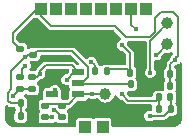
<source format=gbr>
%TF.GenerationSoftware,KiCad,Pcbnew,8.0.1-8.0.1-1~ubuntu22.04.1*%
%TF.CreationDate,2024-03-29T12:48:33+00:00*%
%TF.ProjectId,EMG_INA331,454d475f-494e-4413-9333-312e6b696361,1.0*%
%TF.SameCoordinates,Original*%
%TF.FileFunction,Copper,L4,Bot*%
%TF.FilePolarity,Positive*%
%FSLAX46Y46*%
G04 Gerber Fmt 4.6, Leading zero omitted, Abs format (unit mm)*
G04 Created by KiCad (PCBNEW 8.0.1-8.0.1-1~ubuntu22.04.1) date 2024-03-29 12:48:33*
%MOMM*%
%LPD*%
G01*
G04 APERTURE LIST*
G04 Aperture macros list*
%AMRoundRect*
0 Rectangle with rounded corners*
0 $1 Rounding radius*
0 $2 $3 $4 $5 $6 $7 $8 $9 X,Y pos of 4 corners*
0 Add a 4 corners polygon primitive as box body*
4,1,4,$2,$3,$4,$5,$6,$7,$8,$9,$2,$3,0*
0 Add four circle primitives for the rounded corners*
1,1,$1+$1,$2,$3*
1,1,$1+$1,$4,$5*
1,1,$1+$1,$6,$7*
1,1,$1+$1,$8,$9*
0 Add four rect primitives between the rounded corners*
20,1,$1+$1,$2,$3,$4,$5,0*
20,1,$1+$1,$4,$5,$6,$7,0*
20,1,$1+$1,$6,$7,$8,$9,0*
20,1,$1+$1,$8,$9,$2,$3,0*%
G04 Aperture macros list end*
%TA.AperFunction,SMDPad,CuDef*%
%ADD10C,1.000000*%
%TD*%
%TA.AperFunction,ComponentPad*%
%ADD11R,1.000000X1.000000*%
%TD*%
%TA.AperFunction,SMDPad,CuDef*%
%ADD12RoundRect,0.140000X0.170000X-0.140000X0.170000X0.140000X-0.170000X0.140000X-0.170000X-0.140000X0*%
%TD*%
%TA.AperFunction,SMDPad,CuDef*%
%ADD13RoundRect,0.135000X-0.185000X0.135000X-0.185000X-0.135000X0.185000X-0.135000X0.185000X0.135000X0*%
%TD*%
%TA.AperFunction,SMDPad,CuDef*%
%ADD14RoundRect,0.140000X0.140000X0.170000X-0.140000X0.170000X-0.140000X-0.170000X0.140000X-0.170000X0*%
%TD*%
%TA.AperFunction,SMDPad,CuDef*%
%ADD15RoundRect,0.135000X-0.135000X-0.185000X0.135000X-0.185000X0.135000X0.185000X-0.135000X0.185000X0*%
%TD*%
%TA.AperFunction,SMDPad,CuDef*%
%ADD16RoundRect,0.140000X-0.140000X-0.170000X0.140000X-0.170000X0.140000X0.170000X-0.140000X0.170000X0*%
%TD*%
%TA.AperFunction,SMDPad,CuDef*%
%ADD17R,1.000000X0.600000*%
%TD*%
%TA.AperFunction,SMDPad,CuDef*%
%ADD18RoundRect,0.140000X-0.170000X0.140000X-0.170000X-0.140000X0.170000X-0.140000X0.170000X0.140000X0*%
%TD*%
%TA.AperFunction,SMDPad,CuDef*%
%ADD19RoundRect,0.135000X0.185000X-0.135000X0.185000X0.135000X-0.185000X0.135000X-0.185000X-0.135000X0*%
%TD*%
%TA.AperFunction,ViaPad*%
%ADD20C,0.400000*%
%TD*%
%TA.AperFunction,Conductor*%
%ADD21C,0.127000*%
%TD*%
%TA.AperFunction,Conductor*%
%ADD22C,0.152400*%
%TD*%
G04 APERTURE END LIST*
D10*
%TO.P,TP3,1,1*%
%TO.N,Vref*%
X31000000Y-37200000D03*
%TD*%
%TO.P,TP2,1,1*%
%TO.N,/ADC2*%
X36250000Y-31250000D03*
%TD*%
%TO.P,TP1,1,1*%
%TO.N,/OUT1*%
X36250000Y-33000000D03*
%TD*%
D11*
%TO.P,J4,1,Pin_1*%
%TO.N,/MISO*%
X29365000Y-30000000D03*
%TD*%
%TO.P,J6,1,Pin_1*%
%TO.N,/SCLK*%
X31905000Y-30000000D03*
%TD*%
%TO.P,J1,1,Pin_1*%
%TO.N,+3.3V*%
X25555000Y-30000000D03*
%TD*%
%TO.P,J2,1,Pin_1*%
%TO.N,GND*%
X26825000Y-30000000D03*
%TD*%
%TO.P,J7,1,Pin_1*%
%TO.N,/CSB*%
X33175000Y-30000000D03*
%TD*%
%TO.P,J3,1,Pin_1*%
%TO.N,unconnected-(J3-Pin_1-Pad1)*%
X28095000Y-30000000D03*
%TD*%
%TO.P,J9,1,Pin_1*%
%TO.N,/PROB-*%
X30750000Y-40000000D03*
%TD*%
%TO.P,J10,1,Pin_1*%
%TO.N,/PROB+*%
X29250000Y-40000000D03*
%TD*%
%TO.P,J5,1,Pin_1*%
%TO.N,/MOSI*%
X30635000Y-30000000D03*
%TD*%
%TO.P,J8,1,Pin_1*%
%TO.N,/extRef*%
X34445000Y-30000000D03*
%TD*%
D12*
%TO.P,C11,2*%
%TO.N,GND*%
X24900000Y-32920000D03*
%TO.P,C11,1*%
%TO.N,+3.3VA*%
X24900000Y-33880000D03*
%TD*%
D13*
%TO.P,R6,2*%
%TO.N,Net-(U1-GS)*%
X24800000Y-36819999D03*
%TO.P,R6,1*%
%TO.N,/REF*%
X24800000Y-35800001D03*
%TD*%
D14*
%TO.P,C15,2*%
%TO.N,GND*%
X35520000Y-35500000D03*
%TO.P,C15,1*%
%TO.N,+3.3V*%
X36480000Y-35500000D03*
%TD*%
%TO.P,C14,2*%
%TO.N,GND*%
X35520000Y-36500000D03*
%TO.P,C14,1*%
%TO.N,+3.3V*%
X36480000Y-36500000D03*
%TD*%
D15*
%TO.P,R1,2*%
%TO.N,Net-(U5-R)*%
X31110000Y-35300000D03*
%TO.P,R1,1*%
%TO.N,Vref*%
X30090000Y-35300000D03*
%TD*%
D12*
%TO.P,C6,2*%
%TO.N,GND*%
X23790000Y-32440000D03*
%TO.P,C6,1*%
%TO.N,+3.3V*%
X23790000Y-33400000D03*
%TD*%
D16*
%TO.P,C13,2*%
%TO.N,/OUT1*%
X36480000Y-37500000D03*
%TO.P,C13,1*%
%TO.N,Net-(U4--IN)*%
X35520000Y-37500000D03*
%TD*%
%TO.P,C9,2*%
%TO.N,GND*%
X24780000Y-39100000D03*
%TO.P,C9,1*%
%TO.N,+3.3VA*%
X23820000Y-39100000D03*
%TD*%
D14*
%TO.P,C7,2*%
%TO.N,+3.3VA*%
X23820000Y-38000000D03*
%TO.P,C7,1*%
%TO.N,GND*%
X24780000Y-38000000D03*
%TD*%
D17*
%TO.P,U2,5,V+*%
%TO.N,GND*%
X26500000Y-35350000D03*
%TO.P,U2,4,-IN*%
%TO.N,Net-(U2--IN)*%
X26500000Y-37250000D03*
%TO.P,U2,3,+IN*%
%TO.N,Vref*%
X28700000Y-37250000D03*
%TO.P,U2,2,V-*%
%TO.N,+3.3VA*%
X28699999Y-36300000D03*
%TO.P,U2,1,OUT*%
%TO.N,/REF*%
X28700000Y-35350000D03*
%TD*%
D15*
%TO.P,R11,2*%
%TO.N,/OUT1*%
X36510000Y-38500000D03*
%TO.P,R11,1*%
%TO.N,Net-(U4--IN)*%
X35490000Y-38500000D03*
%TD*%
D12*
%TO.P,C4,2*%
%TO.N,Vref*%
X25900000Y-38220000D03*
%TO.P,C4,1*%
%TO.N,/IN+*%
X25900000Y-39180000D03*
%TD*%
D18*
%TO.P,C5,2*%
%TO.N,/IN-*%
X27300000Y-39180000D03*
%TO.P,C5,1*%
%TO.N,Vref*%
X27300000Y-38220000D03*
%TD*%
D19*
%TO.P,R7,2*%
%TO.N,/OUT_INA*%
X23800000Y-35780001D03*
%TO.P,R7,1*%
%TO.N,Net-(U1-GS)*%
X23800000Y-36799999D03*
%TD*%
D15*
%TO.P,R2,2*%
%TO.N,GND*%
X34109999Y-35400000D03*
%TO.P,R2,1*%
%TO.N,Net-(U5-R)*%
X33090001Y-35400000D03*
%TD*%
D16*
%TO.P,C12,1*%
%TO.N,+3.3VA*%
X33120000Y-36400000D03*
%TO.P,C12,2*%
%TO.N,GND*%
X34080000Y-36400000D03*
%TD*%
D20*
%TO.N,/OUT1*%
X35300000Y-33900000D03*
%TO.N,GND*%
X35800000Y-35000000D03*
%TO.N,/ADC2*%
X34800000Y-35400000D03*
%TO.N,/REF*%
X27700000Y-36000000D03*
%TO.N,Net-(U2--IN)*%
X26710000Y-36910000D03*
%TO.N,GND*%
X27100000Y-34300000D03*
X34200000Y-33400000D03*
X34600000Y-37236500D03*
X25600000Y-36500000D03*
X24900000Y-32300000D03*
X30400000Y-34000000D03*
%TO.N,+3.3V*%
X36900000Y-34300000D03*
%TO.N,+3.3VA*%
X24208600Y-34100000D03*
%TO.N,/CSB*%
X33560000Y-31730000D03*
%TO.N,Vref*%
X29800000Y-34500000D03*
X29900000Y-37200000D03*
%TO.N,Net-(U4--IN)*%
X32400000Y-37250000D03*
%TO.N,Net-(U5-R)*%
X32400000Y-33100000D03*
%TO.N,Net-(U1-GS)*%
X23170000Y-37370000D03*
%TO.N,/IN+*%
X26500000Y-39200000D03*
%TO.N,/IN-*%
X26600000Y-38583500D03*
%TO.N,/REF*%
X25432900Y-35532100D03*
%TO.N,/OUT_INA*%
X24225000Y-34811700D03*
%TO.N,/OUT1*%
X34727550Y-39072450D03*
%TD*%
D21*
%TO.N,Vref*%
X31000000Y-37200000D02*
X29900000Y-37200000D01*
X29900000Y-37200000D02*
X29850000Y-37250000D01*
X29850000Y-37250000D02*
X28700000Y-37250000D01*
%TO.N,/ADC2*%
X34800000Y-35400000D02*
X34800000Y-32702695D01*
X34800000Y-32702695D02*
X35426999Y-32075696D01*
X35426999Y-32075696D02*
X35426999Y-32073001D01*
X35426999Y-32073001D02*
X36250000Y-31250000D01*
%TO.N,GND*%
X34200000Y-33400000D02*
X34109999Y-33490001D01*
X34109999Y-33490001D02*
X34109999Y-35400000D01*
%TO.N,/OUT1*%
X35350000Y-33900000D02*
X36250000Y-33000000D01*
X35300000Y-33900000D02*
X35350000Y-33900000D01*
%TO.N,GND*%
X35520000Y-35280000D02*
X35800000Y-35000000D01*
X35520000Y-35500000D02*
X35520000Y-35280000D01*
%TO.N,+3.3V*%
X35700000Y-30300000D02*
X35200000Y-30800000D01*
X36700000Y-30300000D02*
X35700000Y-30300000D01*
X35200000Y-30800000D02*
X35200000Y-31981669D01*
X36913500Y-34186500D02*
X37100000Y-34000000D01*
X36913500Y-34286500D02*
X36913500Y-34186500D01*
X36900000Y-34300000D02*
X36913500Y-34286500D01*
X37100000Y-34000000D02*
X37100000Y-30700000D01*
X37100000Y-30700000D02*
X36700000Y-30300000D01*
X35200000Y-31981669D02*
X34746669Y-32435000D01*
X25555000Y-30640200D02*
X26414800Y-31500000D01*
X26414800Y-31500000D02*
X31800000Y-31500000D01*
X31800000Y-31500000D02*
X32735000Y-32435000D01*
X32735000Y-32435000D02*
X34746669Y-32435000D01*
X25555000Y-30640200D02*
X25555000Y-30000000D01*
X25555000Y-30000000D02*
X25397500Y-29842500D01*
X25397500Y-29842500D02*
X23180000Y-32060000D01*
X23180000Y-32060000D02*
X23180000Y-32790000D01*
X23180000Y-32790000D02*
X23790000Y-33400000D01*
%TO.N,Net-(U4--IN)*%
X32400000Y-37250000D02*
X32930000Y-37780000D01*
X32930000Y-37780000D02*
X35240000Y-37780000D01*
X35240000Y-37780000D02*
X35520000Y-37500000D01*
%TO.N,+3.3VA*%
X24208600Y-34100000D02*
X23040000Y-35268600D01*
X23040000Y-35268600D02*
X23040000Y-36830000D01*
X23040000Y-36830000D02*
X22756500Y-37113500D01*
X22756500Y-37113500D02*
X22756500Y-37776500D01*
X22756500Y-37776500D02*
X22980000Y-38000000D01*
X22980000Y-38000000D02*
X23820000Y-38000000D01*
%TO.N,Net-(U1-GS)*%
X23170000Y-37370000D02*
X23720000Y-36820000D01*
X23720000Y-36820000D02*
X24340000Y-36820000D01*
%TO.N,Vref*%
X25900000Y-38220000D02*
X26040000Y-38080000D01*
X26040000Y-38080000D02*
X27870000Y-38080000D01*
X27870000Y-38080000D02*
X28700000Y-37250000D01*
%TO.N,/CSB*%
X33560000Y-31730000D02*
X33175000Y-31345000D01*
X33175000Y-31345000D02*
X33175000Y-30000000D01*
%TO.N,/REF*%
X25432900Y-35532100D02*
X25432900Y-35290100D01*
X25432900Y-35290100D02*
X25923000Y-34800000D01*
X28150000Y-34800000D02*
X28700000Y-35350000D01*
X25923000Y-34800000D02*
X28150000Y-34800000D01*
X25432900Y-35532100D02*
X25165000Y-35800000D01*
X25165000Y-35800000D02*
X24800000Y-35800000D01*
X28350000Y-35350000D02*
X28700000Y-35350000D01*
X27700000Y-36000000D02*
X28350000Y-35350000D01*
%TO.N,Net-(U2--IN)*%
X26500000Y-37250000D02*
X26500000Y-37120000D01*
X26500000Y-37120000D02*
X26710000Y-36910000D01*
%TO.N,+3.3V*%
X36480000Y-35500000D02*
X36480000Y-34720000D01*
X36480000Y-36500000D02*
X36480000Y-35500000D01*
X36480000Y-34720000D02*
X36900000Y-34300000D01*
%TO.N,GND*%
X34109999Y-35400000D02*
X35209999Y-36500000D01*
X35209999Y-36500000D02*
X35520000Y-36500000D01*
X34600000Y-37236500D02*
X34600000Y-36920000D01*
X34600000Y-36920000D02*
X34080000Y-36400000D01*
%TO.N,Net-(U5-R)*%
X32790001Y-35100000D02*
X31310000Y-35100000D01*
X33090001Y-35400000D02*
X32790001Y-35100000D01*
X31310000Y-35100000D02*
X31110000Y-35300000D01*
X32400000Y-33100000D02*
X33090001Y-33790001D01*
X33090001Y-33790001D02*
X33090001Y-35400000D01*
%TO.N,+3.3VA*%
X28700000Y-36400000D02*
X33120000Y-36400000D01*
%TO.N,/OUT1*%
X34727550Y-39072450D02*
X35937550Y-39072450D01*
X36510000Y-37530000D02*
X36480000Y-37500000D01*
%TO.N,Net-(U4--IN)*%
X35490000Y-37530000D02*
X35520000Y-37500000D01*
%TO.N,/OUT1*%
X36510000Y-38500000D02*
X36510000Y-37530000D01*
%TO.N,Net-(U4--IN)*%
X35490000Y-38500000D02*
X35490000Y-37530000D01*
%TO.N,/OUT1*%
X35937550Y-39072450D02*
X36510000Y-38500000D01*
%TO.N,GND*%
X24780000Y-39100000D02*
X24780000Y-38000000D01*
X25540000Y-37240000D02*
X24780000Y-38000000D01*
X24900000Y-32920000D02*
X24900000Y-32300000D01*
X25540000Y-37240000D02*
X25590000Y-37190000D01*
X25540000Y-36560000D02*
X25540000Y-37240000D01*
X26500000Y-35600000D02*
X25540000Y-36560000D01*
X25590000Y-36510000D02*
X25600000Y-36500000D01*
X25590000Y-37190000D02*
X25590000Y-36510000D01*
X26500000Y-35350000D02*
X26500000Y-35600000D01*
%TO.N,+3.3V*%
X25555000Y-30593300D02*
X25555000Y-30640200D01*
X25555000Y-30000000D02*
X25555000Y-30593300D01*
%TO.N,+3.3VA*%
X24208600Y-34100000D02*
X24428600Y-33880000D01*
X29500000Y-34900000D02*
X28200000Y-33600000D01*
X25180000Y-33600000D02*
X24900000Y-33880000D01*
X24428600Y-33880000D02*
X24900000Y-33880000D01*
X28200000Y-33600000D02*
X25180000Y-33600000D01*
X29500000Y-35777000D02*
X29500000Y-34900000D01*
X23820000Y-39100000D02*
X23820000Y-38000000D01*
X28977000Y-36300000D02*
X29500000Y-35777000D01*
X28699999Y-36300000D02*
X28977000Y-36300000D01*
%TO.N,Vref*%
X30090000Y-34790000D02*
X30090000Y-35300000D01*
X29800000Y-34500000D02*
X30090000Y-34790000D01*
%TO.N,Net-(U1-GS)*%
X24320000Y-36800000D02*
X24340000Y-36820000D01*
X23900000Y-36800000D02*
X24320000Y-36800000D01*
X24800000Y-36820000D02*
X24340000Y-36820000D01*
D22*
%TO.N,/IN+*%
X26500000Y-39200000D02*
X25920000Y-39200000D01*
X25920000Y-39200000D02*
X25900000Y-39180000D01*
D21*
%TO.N,/IN-*%
X26600000Y-38583500D02*
X26703500Y-38583500D01*
X26703500Y-38583500D02*
X27300000Y-39180000D01*
%TO.N,/OUT_INA*%
X23900000Y-35136700D02*
X23900000Y-35780000D01*
X24225000Y-34811700D02*
X23900000Y-35136700D01*
%TD*%
%TA.AperFunction,Conductor*%
%TO.N,GND*%
G36*
X37459212Y-34558866D02*
G01*
X37488238Y-34622422D01*
X37489500Y-34640070D01*
X37489500Y-39243906D01*
X37488903Y-39256060D01*
X37476488Y-39382112D01*
X37471746Y-39405953D01*
X37436753Y-39521309D01*
X37427450Y-39543767D01*
X37370629Y-39650072D01*
X37357124Y-39670284D01*
X37280653Y-39763464D01*
X37263465Y-39780652D01*
X37170284Y-39857124D01*
X37150072Y-39870629D01*
X37043768Y-39927450D01*
X37021310Y-39936753D01*
X36905954Y-39971746D01*
X36882113Y-39976488D01*
X36756072Y-39988902D01*
X36743918Y-39989499D01*
X31624500Y-39989499D01*
X31557461Y-39969814D01*
X31511706Y-39917010D01*
X31500500Y-39865499D01*
X31500500Y-39475323D01*
X31500499Y-39475321D01*
X31485967Y-39402264D01*
X31485966Y-39402260D01*
X31480626Y-39394268D01*
X31430601Y-39319399D01*
X31347740Y-39264034D01*
X31347739Y-39264033D01*
X31347735Y-39264032D01*
X31274677Y-39249500D01*
X31274674Y-39249500D01*
X30225326Y-39249500D01*
X30225323Y-39249500D01*
X30152264Y-39264032D01*
X30152260Y-39264033D01*
X30068890Y-39319739D01*
X30002212Y-39340616D01*
X29934832Y-39322131D01*
X29931110Y-39319739D01*
X29847739Y-39264033D01*
X29847735Y-39264032D01*
X29774677Y-39249500D01*
X29774674Y-39249500D01*
X28725326Y-39249500D01*
X28725323Y-39249500D01*
X28652264Y-39264032D01*
X28652260Y-39264033D01*
X28569399Y-39319399D01*
X28514033Y-39402260D01*
X28514032Y-39402264D01*
X28499500Y-39475321D01*
X28499500Y-39865499D01*
X28479815Y-39932538D01*
X28427011Y-39978293D01*
X28375500Y-39989499D01*
X23256090Y-39989499D01*
X23243937Y-39988902D01*
X23117887Y-39976488D01*
X23094044Y-39971745D01*
X22978689Y-39936752D01*
X22956232Y-39927450D01*
X22849928Y-39870629D01*
X22829716Y-39857124D01*
X22736535Y-39780652D01*
X22719347Y-39763464D01*
X22642875Y-39670283D01*
X22629370Y-39650071D01*
X22590244Y-39576871D01*
X22572548Y-39543764D01*
X22563247Y-39521310D01*
X22528254Y-39405955D01*
X22523512Y-39382118D01*
X22511097Y-39256060D01*
X22510500Y-39243907D01*
X22510500Y-38273925D01*
X22530185Y-38206886D01*
X22582989Y-38161131D01*
X22652147Y-38151187D01*
X22715703Y-38180212D01*
X22722181Y-38186244D01*
X22787200Y-38251263D01*
X22834235Y-38278418D01*
X22858801Y-38292601D01*
X22938661Y-38314000D01*
X23239116Y-38314000D01*
X23306155Y-38333685D01*
X23349600Y-38381704D01*
X23360141Y-38402391D01*
X23420069Y-38462319D01*
X23453553Y-38523640D01*
X23448569Y-38593332D01*
X23420069Y-38637680D01*
X23360142Y-38697606D01*
X23360142Y-38697608D01*
X23360141Y-38697609D01*
X23347929Y-38721576D01*
X23303981Y-38807827D01*
X23303981Y-38807828D01*
X23289500Y-38899264D01*
X23289500Y-39300739D01*
X23303981Y-39392170D01*
X23303981Y-39392171D01*
X23303982Y-39392174D01*
X23303983Y-39392175D01*
X23352021Y-39486455D01*
X23360142Y-39502392D01*
X23360145Y-39502396D01*
X23447603Y-39589854D01*
X23447605Y-39589855D01*
X23447609Y-39589859D01*
X23557825Y-39646017D01*
X23557826Y-39646017D01*
X23557828Y-39646018D01*
X23592947Y-39651579D01*
X23649265Y-39660500D01*
X23990734Y-39660499D01*
X23990739Y-39660499D01*
X23990739Y-39660498D01*
X24053869Y-39650500D01*
X24082170Y-39646018D01*
X24082171Y-39646018D01*
X24082172Y-39646017D01*
X24082175Y-39646017D01*
X24192391Y-39589859D01*
X24279859Y-39502391D01*
X24336017Y-39392175D01*
X24336017Y-39392173D01*
X24336018Y-39392172D01*
X24336018Y-39392171D01*
X24342580Y-39350739D01*
X24350500Y-39300735D01*
X24350499Y-38899266D01*
X24350499Y-38899264D01*
X24350499Y-38899260D01*
X24336018Y-38807829D01*
X24336018Y-38807828D01*
X24336017Y-38807826D01*
X24336017Y-38807825D01*
X24279859Y-38697609D01*
X24279856Y-38697606D01*
X24279854Y-38697603D01*
X24219931Y-38637680D01*
X24186446Y-38576357D01*
X24191430Y-38506665D01*
X24219928Y-38462321D01*
X24279859Y-38402391D01*
X24336017Y-38292175D01*
X24336017Y-38292173D01*
X24336018Y-38292172D01*
X24336018Y-38292171D01*
X24342497Y-38251263D01*
X24350500Y-38200735D01*
X24350499Y-37799266D01*
X24350499Y-37799260D01*
X24336018Y-37707829D01*
X24336018Y-37707828D01*
X24336017Y-37707826D01*
X24336017Y-37707825D01*
X24279859Y-37597609D01*
X24279857Y-37597607D01*
X24279854Y-37597603D01*
X24192396Y-37510145D01*
X24192392Y-37510142D01*
X24192391Y-37510141D01*
X24189905Y-37508874D01*
X24165906Y-37496646D01*
X24115111Y-37448671D01*
X24098316Y-37380850D01*
X24120854Y-37314716D01*
X24167743Y-37274761D01*
X24212098Y-37253077D01*
X24212098Y-37253076D01*
X24212102Y-37253075D01*
X24212104Y-37253072D01*
X24217517Y-37249208D01*
X24283514Y-37226267D01*
X24351436Y-37242649D01*
X24377260Y-37262438D01*
X24387897Y-37273075D01*
X24387900Y-37273077D01*
X24497272Y-37326545D01*
X24503482Y-37329581D01*
X24578418Y-37340499D01*
X24578423Y-37340499D01*
X25021577Y-37340499D01*
X25021582Y-37340499D01*
X25096518Y-37329581D01*
X25158540Y-37299260D01*
X25212099Y-37273077D01*
X25212102Y-37273075D01*
X25303076Y-37182101D01*
X25303078Y-37182098D01*
X25349235Y-37087681D01*
X25359582Y-37066517D01*
X25370500Y-36991581D01*
X25370500Y-36648417D01*
X25359582Y-36573481D01*
X25321701Y-36495994D01*
X25303078Y-36457899D01*
X25303076Y-36457896D01*
X25242861Y-36397681D01*
X25209376Y-36336358D01*
X25214360Y-36266666D01*
X25242861Y-36222319D01*
X25303075Y-36162104D01*
X25303076Y-36162103D01*
X25347661Y-36070901D01*
X25371376Y-36037686D01*
X25390148Y-36018914D01*
X25451470Y-35985433D01*
X25477825Y-35982600D01*
X25497673Y-35982600D01*
X25497673Y-35982599D01*
X25621969Y-35946104D01*
X25730949Y-35876067D01*
X25815782Y-35778163D01*
X25869597Y-35660326D01*
X25888033Y-35532100D01*
X25869597Y-35403874D01*
X25869594Y-35403868D01*
X25867099Y-35395369D01*
X25869907Y-35394544D01*
X25862053Y-35340011D01*
X25891062Y-35276448D01*
X25897083Y-35269978D01*
X26016745Y-35150316D01*
X26078068Y-35116834D01*
X26104425Y-35114000D01*
X27825500Y-35114000D01*
X27892539Y-35133685D01*
X27938294Y-35186489D01*
X27949500Y-35238000D01*
X27949500Y-35255075D01*
X27929815Y-35322114D01*
X27913181Y-35342756D01*
X27742756Y-35513181D01*
X27681433Y-35546666D01*
X27655075Y-35549500D01*
X27635226Y-35549500D01*
X27510935Y-35585994D01*
X27510932Y-35585995D01*
X27510931Y-35585996D01*
X27459677Y-35618934D01*
X27401950Y-35656033D01*
X27317118Y-35753937D01*
X27317117Y-35753938D01*
X27263302Y-35871774D01*
X27244867Y-36000000D01*
X27263302Y-36128225D01*
X27295746Y-36199266D01*
X27317118Y-36246063D01*
X27401951Y-36343967D01*
X27510931Y-36414004D01*
X27623979Y-36447197D01*
X27635225Y-36450499D01*
X27635227Y-36450500D01*
X27635228Y-36450500D01*
X27764772Y-36450500D01*
X27790564Y-36442927D01*
X27860434Y-36442927D01*
X27919212Y-36480701D01*
X27948237Y-36544257D01*
X27949499Y-36561904D01*
X27949499Y-36624678D01*
X27964031Y-36697735D01*
X27964033Y-36697741D01*
X27969626Y-36706111D01*
X27990503Y-36772788D01*
X27972018Y-36840168D01*
X27969628Y-36843887D01*
X27964033Y-36852260D01*
X27949500Y-36925323D01*
X27949500Y-37505075D01*
X27929815Y-37572114D01*
X27913185Y-37592751D01*
X27841933Y-37664004D01*
X27794849Y-37711088D01*
X27733526Y-37744572D01*
X27663834Y-37739588D01*
X27650874Y-37733891D01*
X27592175Y-37703982D01*
X27592171Y-37703981D01*
X27500735Y-37689500D01*
X27374500Y-37689500D01*
X27307461Y-37669815D01*
X27261706Y-37617011D01*
X27250500Y-37565500D01*
X27250500Y-36925323D01*
X27250499Y-36925321D01*
X27235967Y-36852264D01*
X27235966Y-36852260D01*
X27230371Y-36843887D01*
X27180601Y-36769399D01*
X27180599Y-36769398D01*
X27180599Y-36769397D01*
X27152950Y-36750923D01*
X27109047Y-36699335D01*
X27092882Y-36663937D01*
X27008049Y-36566033D01*
X26899069Y-36495996D01*
X26899065Y-36495994D01*
X26899064Y-36495994D01*
X26774774Y-36459500D01*
X26774772Y-36459500D01*
X26645228Y-36459500D01*
X26645226Y-36459500D01*
X26520935Y-36495994D01*
X26520932Y-36495995D01*
X26520931Y-36495996D01*
X26469677Y-36528934D01*
X26411950Y-36566033D01*
X26333387Y-36656702D01*
X26274609Y-36694477D01*
X26239673Y-36699500D01*
X25975323Y-36699500D01*
X25902264Y-36714032D01*
X25902260Y-36714033D01*
X25819399Y-36769399D01*
X25764033Y-36852260D01*
X25764032Y-36852264D01*
X25749500Y-36925321D01*
X25749500Y-37575637D01*
X25729815Y-37642676D01*
X25677011Y-37688431D01*
X25644900Y-37698110D01*
X25607828Y-37703982D01*
X25607826Y-37703982D01*
X25607825Y-37703983D01*
X25528165Y-37744572D01*
X25497607Y-37760142D01*
X25497603Y-37760145D01*
X25410145Y-37847603D01*
X25410142Y-37847608D01*
X25353981Y-37957827D01*
X25353981Y-37957828D01*
X25339500Y-38049264D01*
X25339500Y-38390739D01*
X25353981Y-38482170D01*
X25353981Y-38482171D01*
X25353982Y-38482174D01*
X25353983Y-38482175D01*
X25401971Y-38576357D01*
X25410142Y-38592392D01*
X25410145Y-38592396D01*
X25430068Y-38612319D01*
X25463553Y-38673642D01*
X25458569Y-38743334D01*
X25430068Y-38787681D01*
X25410145Y-38807603D01*
X25410143Y-38807607D01*
X25410141Y-38807609D01*
X25410029Y-38807829D01*
X25353981Y-38917827D01*
X25353981Y-38917828D01*
X25339500Y-39009264D01*
X25339500Y-39350739D01*
X25353981Y-39442170D01*
X25353981Y-39442171D01*
X25353982Y-39442174D01*
X25353983Y-39442175D01*
X25402960Y-39538298D01*
X25410142Y-39552392D01*
X25410145Y-39552396D01*
X25497603Y-39639854D01*
X25497605Y-39639855D01*
X25497609Y-39639859D01*
X25607825Y-39696017D01*
X25607826Y-39696017D01*
X25607828Y-39696018D01*
X25642947Y-39701579D01*
X25699265Y-39710500D01*
X26100734Y-39710499D01*
X26100739Y-39710499D01*
X26100739Y-39710498D01*
X26146454Y-39703258D01*
X26192170Y-39696018D01*
X26192171Y-39696017D01*
X26192175Y-39696017D01*
X26293779Y-39644246D01*
X26362447Y-39631350D01*
X26385002Y-39635752D01*
X26435228Y-39650500D01*
X26564773Y-39650500D01*
X26564773Y-39650499D01*
X26629993Y-39631350D01*
X26689064Y-39614006D01*
X26689065Y-39614005D01*
X26689069Y-39614004D01*
X26716221Y-39596554D01*
X26783258Y-39576871D01*
X26850298Y-39596556D01*
X26870939Y-39613190D01*
X26897603Y-39639854D01*
X26897605Y-39639855D01*
X26897609Y-39639859D01*
X27007825Y-39696017D01*
X27007826Y-39696017D01*
X27007828Y-39696018D01*
X27042947Y-39701579D01*
X27099265Y-39710500D01*
X27500734Y-39710499D01*
X27500739Y-39710499D01*
X27500739Y-39710498D01*
X27546454Y-39703258D01*
X27592170Y-39696018D01*
X27592171Y-39696018D01*
X27592172Y-39696017D01*
X27592175Y-39696017D01*
X27702391Y-39639859D01*
X27789859Y-39552391D01*
X27846017Y-39442175D01*
X27846017Y-39442173D01*
X27846018Y-39442172D01*
X27846018Y-39442171D01*
X27852339Y-39402260D01*
X27860500Y-39350735D01*
X27860499Y-39009266D01*
X27860499Y-39009264D01*
X27860499Y-39009260D01*
X27846018Y-38917829D01*
X27846018Y-38917828D01*
X27846017Y-38917826D01*
X27846017Y-38917825D01*
X27789859Y-38807609D01*
X27789857Y-38807607D01*
X27789854Y-38807603D01*
X27769932Y-38787681D01*
X27736447Y-38726358D01*
X27741431Y-38656666D01*
X27769932Y-38612319D01*
X27789854Y-38592396D01*
X27789859Y-38592391D01*
X27846017Y-38482175D01*
X27846017Y-38482173D01*
X27846018Y-38482172D01*
X27849034Y-38472891D01*
X27851801Y-38473790D01*
X27875037Y-38424773D01*
X27934347Y-38387840D01*
X27935427Y-38387545D01*
X27974323Y-38377123D01*
X27991200Y-38372601D01*
X28062800Y-38331263D01*
X28557244Y-37836819D01*
X28618567Y-37803334D01*
X28644925Y-37800500D01*
X29224676Y-37800500D01*
X29224677Y-37800499D01*
X29297740Y-37785966D01*
X29380601Y-37730601D01*
X29435966Y-37647740D01*
X29435967Y-37647736D01*
X29438947Y-37640545D01*
X29482789Y-37586143D01*
X29549083Y-37564079D01*
X29553507Y-37564000D01*
X29596713Y-37564000D01*
X29663751Y-37583684D01*
X29710933Y-37614005D01*
X29807384Y-37642324D01*
X29825814Y-37647736D01*
X29835225Y-37650499D01*
X29835227Y-37650500D01*
X29835228Y-37650500D01*
X29964773Y-37650500D01*
X29964773Y-37650499D01*
X30089069Y-37614004D01*
X30186498Y-37551389D01*
X30253535Y-37531706D01*
X30320574Y-37551390D01*
X30358528Y-37589734D01*
X30409518Y-37670884D01*
X30409523Y-37670890D01*
X30529109Y-37790476D01*
X30529115Y-37790481D01*
X30672302Y-37880452D01*
X30672305Y-37880454D01*
X30672309Y-37880455D01*
X30672310Y-37880456D01*
X30721591Y-37897700D01*
X30831943Y-37936314D01*
X30999997Y-37955249D01*
X31000000Y-37955249D01*
X31000003Y-37955249D01*
X31168056Y-37936314D01*
X31168059Y-37936313D01*
X31327690Y-37880456D01*
X31327692Y-37880454D01*
X31327694Y-37880454D01*
X31327697Y-37880452D01*
X31470884Y-37790481D01*
X31470885Y-37790480D01*
X31470890Y-37790477D01*
X31590477Y-37670890D01*
X31590481Y-37670884D01*
X31680452Y-37527697D01*
X31680455Y-37527692D01*
X31686595Y-37510145D01*
X31730973Y-37383319D01*
X31771694Y-37326545D01*
X31836646Y-37300797D01*
X31905208Y-37314253D01*
X31955611Y-37362640D01*
X31960808Y-37372763D01*
X32017117Y-37496061D01*
X32017118Y-37496063D01*
X32069432Y-37556437D01*
X32100902Y-37592757D01*
X32101951Y-37593967D01*
X32210931Y-37664004D01*
X32335225Y-37700499D01*
X32335227Y-37700500D01*
X32335228Y-37700500D01*
X32355075Y-37700500D01*
X32422114Y-37720185D01*
X32442756Y-37736819D01*
X32737199Y-38031262D01*
X32808800Y-38072601D01*
X32821153Y-38075911D01*
X32825675Y-38077123D01*
X32838985Y-38080689D01*
X32888661Y-38094000D01*
X34852994Y-38094000D01*
X34920033Y-38113685D01*
X34965788Y-38166489D01*
X34975732Y-38235647D01*
X34975698Y-38235878D01*
X34969500Y-38278417D01*
X34969500Y-38508329D01*
X34949815Y-38575368D01*
X34897011Y-38621123D01*
X34827853Y-38631067D01*
X34810567Y-38627307D01*
X34792322Y-38621950D01*
X34662778Y-38621950D01*
X34662776Y-38621950D01*
X34538485Y-38658444D01*
X34538482Y-38658445D01*
X34538481Y-38658446D01*
X34505162Y-38679859D01*
X34429500Y-38728483D01*
X34344668Y-38826387D01*
X34344667Y-38826388D01*
X34290852Y-38944224D01*
X34272417Y-39072450D01*
X34290852Y-39200675D01*
X34336549Y-39300735D01*
X34344668Y-39318513D01*
X34429501Y-39416417D01*
X34538481Y-39486454D01*
X34657193Y-39521310D01*
X34662775Y-39522949D01*
X34662777Y-39522950D01*
X34662778Y-39522950D01*
X34792323Y-39522950D01*
X34792323Y-39522949D01*
X34916619Y-39486454D01*
X35025599Y-39416417D01*
X35025599Y-39416416D01*
X35033060Y-39411622D01*
X35033824Y-39412811D01*
X35088791Y-39387711D01*
X35106433Y-39386450D01*
X35978887Y-39386450D01*
X35978889Y-39386450D01*
X36041873Y-39369573D01*
X36058750Y-39365051D01*
X36130350Y-39323713D01*
X36347244Y-39106819D01*
X36408567Y-39073334D01*
X36434925Y-39070500D01*
X36681577Y-39070500D01*
X36681582Y-39070500D01*
X36756518Y-39059582D01*
X36814310Y-39031329D01*
X36872099Y-39003078D01*
X36872102Y-39003076D01*
X36963076Y-38912102D01*
X36963078Y-38912099D01*
X37014052Y-38807829D01*
X37019582Y-38796518D01*
X37030500Y-38721582D01*
X37030500Y-38278418D01*
X37019582Y-38203482D01*
X36998878Y-38161131D01*
X36963078Y-38087900D01*
X36963077Y-38087898D01*
X36946397Y-38071219D01*
X36912910Y-38009897D01*
X36917893Y-37940205D01*
X36936182Y-37911788D01*
X36934120Y-37910290D01*
X36939851Y-37902398D01*
X36939859Y-37902391D01*
X36996017Y-37792175D01*
X36996017Y-37792173D01*
X36996018Y-37792172D01*
X36996018Y-37792171D01*
X37001091Y-37760141D01*
X37010500Y-37700735D01*
X37010499Y-37299266D01*
X37010499Y-37299264D01*
X37010499Y-37299260D01*
X36996018Y-37207829D01*
X36996018Y-37207828D01*
X36996017Y-37207826D01*
X36996017Y-37207825D01*
X36939859Y-37097609D01*
X36939857Y-37097607D01*
X36939854Y-37097603D01*
X36929932Y-37087681D01*
X36896447Y-37026358D01*
X36901431Y-36956666D01*
X36929932Y-36912319D01*
X36939854Y-36902396D01*
X36939859Y-36902391D01*
X36996017Y-36792175D01*
X36996017Y-36792173D01*
X36996018Y-36792172D01*
X36996018Y-36792171D01*
X37005649Y-36731362D01*
X37010500Y-36700735D01*
X37010499Y-36299266D01*
X37010499Y-36299264D01*
X37010499Y-36299260D01*
X36996018Y-36207829D01*
X36996018Y-36207828D01*
X36996017Y-36207826D01*
X36996017Y-36207825D01*
X36939859Y-36097609D01*
X36939857Y-36097607D01*
X36939854Y-36097603D01*
X36929932Y-36087681D01*
X36896447Y-36026358D01*
X36901431Y-35956666D01*
X36929932Y-35912319D01*
X36939854Y-35902396D01*
X36939859Y-35902391D01*
X36996017Y-35792175D01*
X36996017Y-35792173D01*
X36996018Y-35792172D01*
X36996018Y-35792171D01*
X37002073Y-35753937D01*
X37010500Y-35700735D01*
X37010499Y-35299266D01*
X37010499Y-35299264D01*
X37010499Y-35299260D01*
X36996018Y-35207829D01*
X36996018Y-35207828D01*
X36996017Y-35207826D01*
X36996017Y-35207825D01*
X36939859Y-35097609D01*
X36939857Y-35097607D01*
X36939854Y-35097603D01*
X36852392Y-35010141D01*
X36845115Y-35004854D01*
X36802449Y-34949525D01*
X36794000Y-34904536D01*
X36794000Y-34901425D01*
X36813685Y-34834386D01*
X36830319Y-34813744D01*
X36857244Y-34786819D01*
X36918567Y-34753334D01*
X36944925Y-34750500D01*
X36964773Y-34750500D01*
X36964773Y-34750499D01*
X37089069Y-34714004D01*
X37198049Y-34643967D01*
X37271787Y-34558867D01*
X37330564Y-34521093D01*
X37400433Y-34521092D01*
X37459212Y-34558866D01*
G37*
%TD.AperFunction*%
%TA.AperFunction,Conductor*%
G36*
X34429039Y-32768685D02*
G01*
X34474794Y-32821489D01*
X34486000Y-32873000D01*
X34486000Y-35028192D01*
X34466315Y-35095231D01*
X34455715Y-35109393D01*
X34417116Y-35153939D01*
X34363302Y-35271774D01*
X34344867Y-35400000D01*
X34363302Y-35528225D01*
X34389685Y-35585994D01*
X34417118Y-35646063D01*
X34501951Y-35743967D01*
X34610931Y-35814004D01*
X34661255Y-35828780D01*
X34735225Y-35850499D01*
X34735227Y-35850500D01*
X34735228Y-35850500D01*
X34864773Y-35850500D01*
X34864773Y-35850499D01*
X34989069Y-35814004D01*
X35098049Y-35743967D01*
X35182882Y-35646063D01*
X35236697Y-35528226D01*
X35255133Y-35400000D01*
X35236697Y-35271774D01*
X35207494Y-35207829D01*
X35182883Y-35153939D01*
X35182882Y-35153938D01*
X35182882Y-35153937D01*
X35144284Y-35109392D01*
X35115262Y-35045836D01*
X35114000Y-35028192D01*
X35114000Y-34474500D01*
X35133685Y-34407461D01*
X35186489Y-34361706D01*
X35238000Y-34350500D01*
X35364773Y-34350500D01*
X35364773Y-34350499D01*
X35489069Y-34314004D01*
X35598049Y-34243967D01*
X35682882Y-34146063D01*
X35736697Y-34028226D01*
X35742722Y-33986318D01*
X35771746Y-33922762D01*
X35777765Y-33916296D01*
X35934848Y-33759213D01*
X35996169Y-33725730D01*
X36063481Y-33729854D01*
X36073267Y-33733278D01*
X36081941Y-33736313D01*
X36123955Y-33741047D01*
X36249997Y-33755249D01*
X36250000Y-33755249D01*
X36250003Y-33755249D01*
X36418059Y-33736313D01*
X36418061Y-33736313D01*
X36540445Y-33693488D01*
X36577690Y-33680456D01*
X36577690Y-33680455D01*
X36579084Y-33679968D01*
X36648863Y-33676406D01*
X36709490Y-33711134D01*
X36741718Y-33773127D01*
X36735313Y-33842703D01*
X36692310Y-33897771D01*
X36687079Y-33901324D01*
X36601951Y-33956032D01*
X36517118Y-34053937D01*
X36517117Y-34053938D01*
X36463302Y-34171774D01*
X36448881Y-34272078D01*
X36419856Y-34335633D01*
X36413825Y-34342111D01*
X36228735Y-34527202D01*
X36228734Y-34527203D01*
X36187398Y-34598799D01*
X36187399Y-34598799D01*
X36187399Y-34598800D01*
X36187399Y-34598801D01*
X36168643Y-34668800D01*
X36166000Y-34678662D01*
X36166000Y-34904536D01*
X36146315Y-34971575D01*
X36114885Y-35004854D01*
X36107607Y-35010141D01*
X36020145Y-35097603D01*
X36020143Y-35097607D01*
X36020141Y-35097609D01*
X36001759Y-35133685D01*
X35963981Y-35207827D01*
X35963981Y-35207828D01*
X35949500Y-35299264D01*
X35949500Y-35700739D01*
X35963981Y-35792170D01*
X35963981Y-35792171D01*
X35963982Y-35792174D01*
X35963983Y-35792175D01*
X36018005Y-35898199D01*
X36020142Y-35902392D01*
X36020145Y-35902396D01*
X36030068Y-35912319D01*
X36063553Y-35973642D01*
X36058569Y-36043334D01*
X36030068Y-36087681D01*
X36020145Y-36097603D01*
X36020143Y-36097607D01*
X36020141Y-36097609D01*
X36014934Y-36107829D01*
X35963981Y-36207827D01*
X35963981Y-36207828D01*
X35949500Y-36299264D01*
X35949500Y-36700739D01*
X35963981Y-36792170D01*
X35963982Y-36792173D01*
X35965831Y-36795801D01*
X35966748Y-36800683D01*
X35966998Y-36801453D01*
X35966898Y-36801485D01*
X35978728Y-36864470D01*
X35952452Y-36929211D01*
X35895346Y-36969469D01*
X35825541Y-36972461D01*
X35799054Y-36962583D01*
X35782173Y-36953982D01*
X35782171Y-36953981D01*
X35690735Y-36939500D01*
X35349260Y-36939500D01*
X35349260Y-36939501D01*
X35257829Y-36953981D01*
X35257828Y-36953981D01*
X35147607Y-37010142D01*
X35147603Y-37010145D01*
X35060145Y-37097603D01*
X35060143Y-37097607D01*
X35060141Y-37097609D01*
X35050264Y-37116994D01*
X35003981Y-37207827D01*
X35003981Y-37207828D01*
X34989500Y-37299264D01*
X34989500Y-37342000D01*
X34969815Y-37409039D01*
X34917011Y-37454794D01*
X34865500Y-37466000D01*
X33111425Y-37466000D01*
X33044386Y-37446315D01*
X33023744Y-37429681D01*
X32886175Y-37292112D01*
X32852690Y-37230789D01*
X32851118Y-37222077D01*
X32849069Y-37207829D01*
X32836697Y-37121774D01*
X32836695Y-37121770D01*
X32836010Y-37119435D01*
X32836009Y-37116994D01*
X32835435Y-37112995D01*
X32836009Y-37112912D01*
X32836009Y-37049566D01*
X32873783Y-36990787D01*
X32937338Y-36961761D01*
X32954973Y-36960499D01*
X33290734Y-36960499D01*
X33290739Y-36960499D01*
X33290739Y-36960498D01*
X33336454Y-36953258D01*
X33382170Y-36946018D01*
X33382171Y-36946018D01*
X33382172Y-36946017D01*
X33382175Y-36946017D01*
X33492391Y-36889859D01*
X33579859Y-36802391D01*
X33636017Y-36692175D01*
X33636017Y-36692173D01*
X33636018Y-36692172D01*
X33636018Y-36692171D01*
X33642947Y-36648422D01*
X33650500Y-36600735D01*
X33650499Y-36199266D01*
X33650499Y-36199260D01*
X33636018Y-36107829D01*
X33636018Y-36107828D01*
X33636017Y-36107826D01*
X33636017Y-36107825D01*
X33579859Y-35997609D01*
X33579856Y-35997606D01*
X33579854Y-35997603D01*
X33555386Y-35973135D01*
X33521901Y-35911812D01*
X33526885Y-35842120D01*
X33542154Y-35813394D01*
X33543071Y-35812107D01*
X33543077Y-35812102D01*
X33599583Y-35696518D01*
X33610501Y-35621582D01*
X33610501Y-35178418D01*
X33599583Y-35103482D01*
X33585317Y-35074300D01*
X33543079Y-34987900D01*
X33543077Y-34987897D01*
X33444838Y-34889658D01*
X33446663Y-34887832D01*
X33412824Y-34844689D01*
X33404001Y-34798751D01*
X33404001Y-33748663D01*
X33392066Y-33704121D01*
X33382602Y-33668802D01*
X33371018Y-33648738D01*
X33341264Y-33597201D01*
X32886175Y-33142112D01*
X32852690Y-33080789D01*
X32851118Y-33072077D01*
X32844724Y-33027607D01*
X32836697Y-32971774D01*
X32815113Y-32924512D01*
X32805169Y-32855353D01*
X32834194Y-32791797D01*
X32892972Y-32754023D01*
X32927907Y-32749000D01*
X34362000Y-32749000D01*
X34429039Y-32768685D01*
G37*
%TD.AperFunction*%
%TA.AperFunction,Conductor*%
G36*
X28085614Y-33933685D02*
G01*
X28106256Y-33950319D01*
X28743756Y-34587819D01*
X28777241Y-34649142D01*
X28772257Y-34718834D01*
X28730385Y-34774767D01*
X28664921Y-34799184D01*
X28656075Y-34799500D01*
X28644925Y-34799500D01*
X28577886Y-34779815D01*
X28557244Y-34763181D01*
X28342799Y-34548736D01*
X28275147Y-34509678D01*
X28271200Y-34507399D01*
X28271199Y-34507398D01*
X28271198Y-34507398D01*
X28263367Y-34505299D01*
X28254323Y-34502876D01*
X28254321Y-34502875D01*
X28191340Y-34486000D01*
X28191339Y-34486000D01*
X25881661Y-34486000D01*
X25881658Y-34486000D01*
X25818681Y-34502874D01*
X25818676Y-34502876D01*
X25803584Y-34506920D01*
X25801796Y-34507400D01*
X25730203Y-34548734D01*
X25730198Y-34548738D01*
X25181638Y-35097298D01*
X25181634Y-35097303D01*
X25132136Y-35183038D01*
X25130869Y-35182306D01*
X25116599Y-35209196D01*
X25092767Y-35236701D01*
X25033990Y-35274477D01*
X24999052Y-35279501D01*
X24687268Y-35279501D01*
X24620229Y-35259816D01*
X24574474Y-35207012D01*
X24564530Y-35137854D01*
X24593553Y-35074300D01*
X24594766Y-35072899D01*
X24607882Y-35057763D01*
X24661697Y-34939926D01*
X24680133Y-34811700D01*
X24661697Y-34683474D01*
X24623028Y-34598801D01*
X24617187Y-34586011D01*
X24607243Y-34516852D01*
X24636268Y-34453296D01*
X24695046Y-34415522D01*
X24729974Y-34410499D01*
X25100734Y-34410499D01*
X25100739Y-34410499D01*
X25100739Y-34410498D01*
X25146454Y-34403258D01*
X25192170Y-34396018D01*
X25192171Y-34396018D01*
X25192172Y-34396017D01*
X25192175Y-34396017D01*
X25302391Y-34339859D01*
X25389859Y-34252391D01*
X25446017Y-34142175D01*
X25446017Y-34142173D01*
X25446018Y-34142172D01*
X25446018Y-34142171D01*
X25460500Y-34050735D01*
X25460500Y-34038000D01*
X25480185Y-33970961D01*
X25532989Y-33925206D01*
X25584500Y-33914000D01*
X28018575Y-33914000D01*
X28085614Y-33933685D01*
G37*
%TD.AperFunction*%
%TA.AperFunction,Conductor*%
G36*
X25030326Y-30750500D02*
G01*
X25184514Y-30750500D01*
X25251553Y-30770185D01*
X25291901Y-30812500D01*
X25303734Y-30832996D01*
X25303738Y-30833001D01*
X26222000Y-31751263D01*
X26272468Y-31780400D01*
X26272469Y-31780400D01*
X26293601Y-31792601D01*
X26373461Y-31814000D01*
X31618575Y-31814000D01*
X31685614Y-31833685D01*
X31706256Y-31850319D01*
X32319023Y-32463086D01*
X32352508Y-32524409D01*
X32347524Y-32594101D01*
X32305652Y-32650034D01*
X32266278Y-32669744D01*
X32210934Y-32685994D01*
X32101950Y-32756033D01*
X32017118Y-32853937D01*
X32017117Y-32853938D01*
X31963302Y-32971774D01*
X31944867Y-33100000D01*
X31963302Y-33228225D01*
X31999994Y-33308567D01*
X32017118Y-33346063D01*
X32101951Y-33443967D01*
X32210931Y-33514004D01*
X32249631Y-33525367D01*
X32335225Y-33550499D01*
X32335227Y-33550500D01*
X32335228Y-33550500D01*
X32355075Y-33550500D01*
X32422114Y-33570185D01*
X32442756Y-33586819D01*
X32739682Y-33883745D01*
X32773167Y-33945068D01*
X32776001Y-33971426D01*
X32776001Y-34662000D01*
X32756316Y-34729039D01*
X32703512Y-34774794D01*
X32652001Y-34786000D01*
X31478445Y-34786000D01*
X31423984Y-34773400D01*
X31356520Y-34740418D01*
X31331356Y-34736752D01*
X31281582Y-34729500D01*
X30938418Y-34729500D01*
X30863482Y-34740418D01*
X30863480Y-34740418D01*
X30863478Y-34740419D01*
X30747900Y-34796921D01*
X30747897Y-34796923D01*
X30687681Y-34857140D01*
X30626358Y-34890625D01*
X30556666Y-34885641D01*
X30512319Y-34857140D01*
X30452106Y-34796927D01*
X30444821Y-34791726D01*
X30401697Y-34736752D01*
X30397100Y-34722913D01*
X30382601Y-34668801D01*
X30359175Y-34628226D01*
X30359173Y-34628222D01*
X30341265Y-34597202D01*
X30341261Y-34597197D01*
X30286175Y-34542111D01*
X30252690Y-34480788D01*
X30251118Y-34472077D01*
X30250493Y-34467733D01*
X30236697Y-34371774D01*
X30182882Y-34253937D01*
X30098049Y-34156033D01*
X29989069Y-34085996D01*
X29989065Y-34085994D01*
X29989064Y-34085994D01*
X29864774Y-34049500D01*
X29864772Y-34049500D01*
X29735228Y-34049500D01*
X29735226Y-34049500D01*
X29610935Y-34085994D01*
X29610932Y-34085995D01*
X29610931Y-34085996D01*
X29574081Y-34109678D01*
X29501950Y-34156033D01*
X29449037Y-34217100D01*
X29390259Y-34254875D01*
X29320389Y-34254875D01*
X29267642Y-34223579D01*
X28392799Y-33348736D01*
X28321198Y-33307398D01*
X28313367Y-33305299D01*
X28304323Y-33302876D01*
X28304321Y-33302875D01*
X28241340Y-33286000D01*
X28241339Y-33286000D01*
X25138661Y-33286000D01*
X25085421Y-33300266D01*
X25058800Y-33307399D01*
X25014652Y-33332888D01*
X24952653Y-33349500D01*
X24699260Y-33349500D01*
X24699260Y-33349501D01*
X24607829Y-33363981D01*
X24607825Y-33363983D01*
X24530793Y-33403232D01*
X24462123Y-33416128D01*
X24397383Y-33389851D01*
X24357127Y-33332744D01*
X24350499Y-33292747D01*
X24350499Y-33229260D01*
X24336018Y-33137829D01*
X24336018Y-33137828D01*
X24336017Y-33137826D01*
X24336017Y-33137825D01*
X24279859Y-33027609D01*
X24279857Y-33027607D01*
X24279854Y-33027603D01*
X24192396Y-32940145D01*
X24192393Y-32940143D01*
X24192391Y-32940141D01*
X24082175Y-32883983D01*
X24082174Y-32883982D01*
X24082171Y-32883981D01*
X23990735Y-32869500D01*
X23754925Y-32869500D01*
X23687886Y-32849815D01*
X23667244Y-32833181D01*
X23530319Y-32696256D01*
X23496834Y-32634933D01*
X23494000Y-32608575D01*
X23494000Y-32241424D01*
X23513685Y-32174385D01*
X23530314Y-32153748D01*
X24902751Y-30781310D01*
X24964072Y-30747827D01*
X25014621Y-30747376D01*
X25030326Y-30750500D01*
G37*
%TD.AperFunction*%
%TD*%
M02*

</source>
